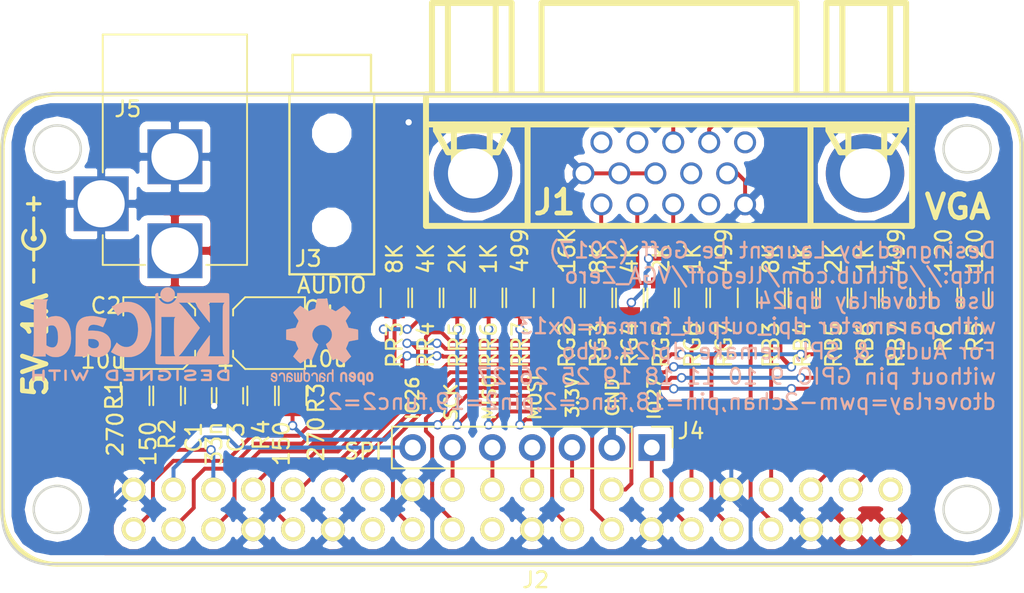
<source format=kicad_pcb>
(kicad_pcb (version 4) (host pcbnew 4.0.6)
  (layers (0 F.Cu signal) (31 B.Cu signal) (34 B.Paste user) (35 F.Paste user) (36 B.SilkS user) (37 F.SilkS user) (38 B.Mask user) (39 F.Mask user) (44 Edge.Cuts user))
  (net 0 "")
  (net 1 "Net-(J1-Pad4)")
  (net 2 "Net-(J1-Pad9)")
  (net 3 "Net-(J1-Pad11)")
  (net 4 "Net-(J1-Pad12)")
  (net 5 "Net-(J1-Pad15)")
  (net 6 "Net-(J2-Pad1)")
  (net 7 "Net-(C1-Pad1)")
  (net 8 "Net-(C2-Pad2)")
  (net 9 "Net-(C3-Pad1)")
  (net 10 "Net-(C4-Pad2)")
  (net 11 /VGAB)
  (net 12 /VGAG)
  (net 13 /VGAR)
  (net 14 GND)
  (net 15 /VGAH)
  (net 16 /VGAV)
  (net 17 /V)
  (net 18 /H)
  (net 19 /B3)
  (net 20 /G4)
  (net 21 /G5)
  (net 22 /G7)
  (net 23 /RPWM)
  (net 24 /IO27)
  (net 25 /R5)
  (net 26 /R6)
  (net 27 /R7)
  (net 28 /MOSI)
  (net 29 /MISO)
  (net 30 /IO25)
  (net 31 /SCK)
  (net 32 /B7)
  (net 33 /B6)
  (net 34 /ID_D)
  (net 35 /ID_C)
  (net 36 /B4)
  (net 37 /B5)
  (net 38 /G2)
  (net 39 /G3)
  (net 40 /LPWM)
  (net 41 /G6)
  (net 42 /IO26)
  (net 43 /R3)
  (net 44 /R4)
  (net 45 /3.3)
  (net 46 /5V)
  (module _LaurentPerso:RaspberryPiZeroHAT (layer F.Cu) (at 52.5 46.5 180)
    (fp_text reference J2 (at -1.5 -4.5 180) (layer F.SilkS))
    (fp_text value CONN_02X20)
    (pad 1 thru_hole circle (at -24.13 1.27 180) (size 1.524 1.524) (drill 1) (layers *.Cu *.Mask F.SilkS) (net 6 "Net-(J2-Pad1)"))
    (pad 2 thru_hole circle (at -24.13 -1.27 180) (size 1.524 1.524) (drill 1) (layers *.Cu *.Mask F.SilkS) (net 46 /5V))
    (pad 3 thru_hole circle (at -21.59 1.27 180) (size 1.524 1.524) (drill 1) (layers *.Cu *.Mask F.SilkS) (net 17 /V))
    (pad 4 thru_hole circle (at -21.59 -1.27 180) (size 1.524 1.524) (drill 1) (layers *.Cu *.Mask F.SilkS) (net 46 /5V))
    (pad 5 thru_hole circle (at -19.05 1.27 180) (size 1.524 1.524) (drill 1) (layers *.Cu *.Mask F.SilkS) (net 18 /H))
    (pad 6 thru_hole circle (at -19.05 -1.27 180) (size 1.524 1.524) (drill 1) (layers *.Cu *.Mask F.SilkS) (net 14 GND))
    (pad 7 thru_hole circle (at -16.51 1.27 180) (size 1.524 1.524) (drill 1) (layers *.Cu *.Mask F.SilkS) (net 19 /B3))
    (pad 8 thru_hole circle (at -16.51 -1.27 180) (size 1.524 1.524) (drill 1) (layers *.Cu *.Mask F.SilkS) (net 20 /G4))
    (pad 9 thru_hole circle (at -13.97 1.27 180) (size 1.524 1.524) (drill 1) (layers *.Cu *.Mask F.SilkS) (net 14 GND))
    (pad 10 thru_hole circle (at -13.97 -1.27 180) (size 1.524 1.524) (drill 1) (layers *.Cu *.Mask F.SilkS) (net 21 /G5))
    (pad 11 thru_hole circle (at -11.43 1.27 180) (size 1.524 1.524) (drill 1) (layers *.Cu *.Mask F.SilkS) (net 22 /G7))
    (pad 12 thru_hole circle (at -11.43 -1.27 180) (size 1.524 1.524) (drill 1) (layers *.Cu *.Mask F.SilkS) (net 23 /RPWM))
    (pad 13 thru_hole circle (at -8.89 1.27 180) (size 1.524 1.524) (drill 1) (layers *.Cu *.Mask F.SilkS) (net 24 /IO27))
    (pad 14 thru_hole circle (at -8.89 -1.27 180) (size 1.524 1.524) (drill 1) (layers *.Cu *.Mask F.SilkS) (net 14 GND))
    (pad 15 thru_hole circle (at -6.35 1.27 180) (size 1.524 1.524) (drill 1) (layers *.Cu *.Mask F.SilkS) (net 25 /R5))
    (pad 16 thru_hole circle (at -6.35 -1.27 180) (size 1.524 1.524) (drill 1) (layers *.Cu *.Mask F.SilkS) (net 26 /R6))
    (pad 17 thru_hole circle (at -3.81 1.27 180) (size 1.524 1.524) (drill 1) (layers *.Cu *.Mask F.SilkS) (net 45 /3.3))
    (pad 18 thru_hole circle (at -3.81 -1.27 180) (size 1.524 1.524) (drill 1) (layers *.Cu *.Mask F.SilkS) (net 27 /R7))
    (pad 19 thru_hole circle (at -1.27 1.27 180) (size 1.524 1.524) (drill 1) (layers *.Cu *.Mask F.SilkS) (net 28 /MOSI))
    (pad 20 thru_hole circle (at -1.27 -1.27 180) (size 1.524 1.524) (drill 1) (layers *.Cu *.Mask F.SilkS) (net 14 GND))
    (pad 21 thru_hole circle (at 1.27 1.27 180) (size 1.524 1.524) (drill 1) (layers *.Cu *.Mask F.SilkS) (net 29 /MISO))
    (pad 22 thru_hole circle (at 1.27 -1.27 180) (size 1.524 1.524) (drill 1) (layers *.Cu *.Mask F.SilkS) (net 30 /IO25))
    (pad 23 thru_hole circle (at 3.81 1.27 180) (size 1.524 1.524) (drill 1) (layers *.Cu *.Mask F.SilkS) (net 31 /SCK))
    (pad 24 thru_hole circle (at 3.81 -1.27 180) (size 1.524 1.524) (drill 1) (layers *.Cu *.Mask F.SilkS) (net 32 /B7))
    (pad 25 thru_hole circle (at 6.35 1.27 180) (size 1.524 1.524) (drill 1) (layers *.Cu *.Mask F.SilkS) (net 14 GND))
    (pad 26 thru_hole circle (at 6.35 -1.27 180) (size 1.524 1.524) (drill 1) (layers *.Cu *.Mask F.SilkS) (net 33 /B6))
    (pad 27 thru_hole circle (at 8.89 1.27 180) (size 1.524 1.524) (drill 1) (layers *.Cu *.Mask F.SilkS) (net 34 /ID_D))
    (pad 28 thru_hole circle (at 8.89 -1.27 180) (size 1.524 1.524) (drill 1) (layers *.Cu *.Mask F.SilkS) (net 35 /ID_C))
    (pad 29 thru_hole circle (at 11.43 1.27 180) (size 1.524 1.524) (drill 1) (layers *.Cu *.Mask F.SilkS) (net 36 /B4))
    (pad 30 thru_hole circle (at 11.43 -1.27 180) (size 1.524 1.524) (drill 1) (layers *.Cu *.Mask F.SilkS) (net 14 GND))
    (pad 31 thru_hole circle (at 13.97 1.27 180) (size 1.524 1.524) (drill 1) (layers *.Cu *.Mask F.SilkS) (net 37 /B5))
    (pad 32 thru_hole circle (at 13.97 -1.27 180) (size 1.524 1.524) (drill 1) (layers *.Cu *.Mask F.SilkS) (net 38 /G2))
    (pad 33 thru_hole circle (at 16.51 1.27 180) (size 1.524 1.524) (drill 1) (layers *.Cu *.Mask F.SilkS) (net 39 /G3))
    (pad 34 thru_hole circle (at 16.51 -1.27 180) (size 1.524 1.524) (drill 1) (layers *.Cu *.Mask F.SilkS) (net 14 GND))
    (pad 35 thru_hole circle (at 19.05 1.27 180) (size 1.524 1.524) (drill 1) (layers *.Cu *.Mask F.SilkS) (net 40 /LPWM))
    (pad 36 thru_hole circle (at 19.05 -1.27 180) (size 1.524 1.524) (drill 1) (layers *.Cu *.Mask F.SilkS) (net 41 /G6))
    (pad 37 thru_hole circle (at 21.59 1.27 180) (size 1.524 1.524) (drill 1) (layers *.Cu *.Mask F.SilkS) (net 42 /IO26))
    (pad 38 thru_hole circle (at 21.59 -1.27 180) (size 1.524 1.524) (drill 1) (layers *.Cu *.Mask F.SilkS) (net 43 /R3))
    (pad 39 thru_hole circle (at 24.13 1.27 180) (size 1.524 1.524) (drill 1) (layers *.Cu *.Mask F.SilkS) (net 14 GND))
    (pad 40 thru_hole circle (at 24.13 -1.27 180) (size 1.524 1.524) (drill 1) (layers *.Cu *.Mask F.SilkS) (net 44 /R4))
  )
  (module Capacitors_SMD:C_0805 (layer F.Cu) (at 32.5 39.25 270)
    (fp_text reference C1 (at 2.65 0.3 270) (layer F.SilkS))
    (fp_text value 33n)
    (pad 1 smd rect (at -1 0 270) (size 1 1.25) (layers F.Cu F.Paste F.Mask) (net 7 "Net-(C1-Pad1)"))
    (pad 2 smd rect (at 1 0 270) (size 1 1.25) (layers F.Cu F.Paste F.Mask) (net 14 GND))
  )
  (module Capacitors_SMD:CP_Elec_4x5.3 (layer F.Cu) (at 30 35.25 180)
    (fp_text reference C2 (at 3.4 1.75 180) (layer F.SilkS))
    (fp_text value 10u (at 3.6 -1.75 180) (layer F.SilkS))
    (fp_text user + (at -2.77 2.01 180) (layer F.SilkS))
    (pad 1 smd rect (at -1.8 0) (size 2.6 1.6) (layers F.Cu F.Paste F.Mask) (net 7 "Net-(C1-Pad1)"))
    (pad 2 smd rect (at 1.8 0) (size 2.6 1.6) (layers F.Cu F.Paste F.Mask) (net 8 "Net-(C2-Pad2)"))
  )
  (module Capacitors_SMD:C_0805 (layer F.Cu) (at 34.5 39.25 270)
    (fp_text reference C3 (at 2.65 -0.4 270) (layer F.SilkS))
    (fp_text value 33n (at 3.05 1 270) (layer F.SilkS))
    (pad 1 smd rect (at -1 0 270) (size 1 1.25) (layers F.Cu F.Paste F.Mask) (net 9 "Net-(C3-Pad1)"))
    (pad 2 smd rect (at 1 0 270) (size 1 1.25) (layers F.Cu F.Paste F.Mask) (net 14 GND))
  )
  (module Capacitors_SMD:CP_Elec_4x5.3 (layer F.Cu) (at 37 35.25)
    (fp_text reference C4 (at 3.2 -1.55) (layer F.SilkS))
    (fp_text value 10u (at 3.6 1.65) (layer F.SilkS))
    (fp_text user + (at -2.77 2.01) (layer F.SilkS))
    (pad 1 smd rect (at -1.8 0 180) (size 2.6 1.6) (layers F.Cu F.Paste F.Mask) (net 9 "Net-(C3-Pad1)"))
    (pad 2 smd rect (at 1.8 0 180) (size 2.6 1.6) (layers F.Cu F.Paste F.Mask) (net 10 "Net-(C4-Pad2)"))
  )
  (module Resistors_SMD:R_0805 (layer F.Cu) (at 28.5 39.25 90)
    (fp_text reference R1 (at 0.05 -1.4 90) (layer F.SilkS))
    (fp_text value 270 (at -2.45 -1.3 90) (layer F.SilkS))
    (pad 1 smd rect (at -0.95 0 90) (size 0.7 1.3) (layers F.Cu F.Paste F.Mask) (net 40 /LPWM))
    (pad 2 smd rect (at 0.95 0 90) (size 0.7 1.3) (layers F.Cu F.Paste F.Mask) (net 7 "Net-(C1-Pad1)"))
  )
  (module Resistors_SMD:R_0805 (layer F.Cu) (at 30.5 39.25 90)
    (fp_text reference R2 (at -2.45 0 90) (layer F.SilkS))
    (fp_text value 150 (at -3.05 -1.2 90) (layer F.SilkS))
    (pad 1 smd rect (at -0.95 0 90) (size 0.7 1.3) (layers F.Cu F.Paste F.Mask) (net 14 GND))
    (pad 2 smd rect (at 0.95 0 90) (size 0.7 1.3) (layers F.Cu F.Paste F.Mask) (net 7 "Net-(C1-Pad1)"))
  )
  (module Resistors_SMD:R_0805 (layer F.Cu) (at 38.5 39.25 90)
    (fp_text reference R3 (at -0.15 1.5 90) (layer F.SilkS))
    (fp_text value 270 (at -2.75 1.5 90) (layer F.SilkS))
    (pad 1 smd rect (at -0.95 0 90) (size 0.7 1.3) (layers F.Cu F.Paste F.Mask) (net 23 /RPWM))
    (pad 2 smd rect (at 0.95 0 90) (size 0.7 1.3) (layers F.Cu F.Paste F.Mask) (net 9 "Net-(C3-Pad1)"))
  )
  (module Resistors_SMD:R_0805 (layer F.Cu) (at 36.5 39.25 90)
    (fp_text reference R4 (at -2.5 0 90) (layer F.SilkS))
    (fp_text value 150 (at -3.05 1.3 90) (layer F.SilkS))
    (pad 1 smd rect (at -0.95 0 90) (size 0.7 1.3) (layers F.Cu F.Paste F.Mask) (net 14 GND))
    (pad 2 smd rect (at 0.95 0 90) (size 0.7 1.3) (layers F.Cu F.Paste F.Mask) (net 9 "Net-(C3-Pad1)"))
  )
  (module Resistors_SMD:R_0805 (layer F.Cu) (at 82 33 90)
    (fp_text reference R5 (at -2.5 0 90) (layer F.SilkS))
    (fp_text value 120 (at 3 0 90) (layer F.SilkS))
    (pad 1 smd rect (at -0.95 0 90) (size 0.7 1.3) (layers F.Cu F.Paste F.Mask) (net 17 /V))
    (pad 2 smd rect (at 0.95 0 90) (size 0.7 1.3) (layers F.Cu F.Paste F.Mask) (net 16 /VGAV))
  )
  (module Resistors_SMD:R_0805 (layer F.Cu) (at 80 33 90)
    (fp_text reference R6 (at -2.5 0 90) (layer F.SilkS))
    (fp_text value 120 (at 3 0 90) (layer F.SilkS))
    (pad 1 smd rect (at -0.95 0 90) (size 0.7 1.3) (layers F.Cu F.Paste F.Mask) (net 18 /H))
    (pad 2 smd rect (at 0.95 0 90) (size 0.7 1.3) (layers F.Cu F.Paste F.Mask) (net 15 /VGAH))
  )
  (module Resistors_SMD:R_0805 (layer F.Cu) (at 69 33 90)
    (fp_text reference RB3 (at -3 0 90) (layer F.SilkS))
    (fp_text value 8K (at 2.5 0 90) (layer F.SilkS))
    (pad 1 smd rect (at -0.95 0 90) (size 0.7 1.3) (layers F.Cu F.Paste F.Mask) (net 19 /B3))
    (pad 2 smd rect (at 0.95 0 90) (size 0.7 1.3) (layers F.Cu F.Paste F.Mask) (net 11 /VGAB))
  )
  (module Resistors_SMD:R_0805 (layer F.Cu) (at 71 33 90)
    (fp_text reference RB4 (at -3 0 90) (layer F.SilkS))
    (fp_text value 4K (at 2.5 0 90) (layer F.SilkS))
    (pad 1 smd rect (at -0.95 0 90) (size 0.7 1.3) (layers F.Cu F.Paste F.Mask) (net 36 /B4))
    (pad 2 smd rect (at 0.95 0 90) (size 0.7 1.3) (layers F.Cu F.Paste F.Mask) (net 11 /VGAB))
  )
  (module Resistors_SMD:R_0805 (layer F.Cu) (at 73 33 90)
    (fp_text reference RB5 (at -3 0 90) (layer F.SilkS))
    (fp_text value 2K (at 2.5 0 90) (layer F.SilkS))
    (pad 1 smd rect (at -0.95 0 90) (size 0.7 1.3) (layers F.Cu F.Paste F.Mask) (net 37 /B5))
    (pad 2 smd rect (at 0.95 0 90) (size 0.7 1.3) (layers F.Cu F.Paste F.Mask) (net 11 /VGAB))
  )
  (module Resistors_SMD:R_0805 (layer F.Cu) (at 75 33 90)
    (fp_text reference RB6 (at -3 0 90) (layer F.SilkS))
    (fp_text value 1K (at 2.5 0 90) (layer F.SilkS))
    (pad 1 smd rect (at -0.95 0 90) (size 0.7 1.3) (layers F.Cu F.Paste F.Mask) (net 33 /B6))
    (pad 2 smd rect (at 0.95 0 90) (size 0.7 1.3) (layers F.Cu F.Paste F.Mask) (net 11 /VGAB))
  )
  (module Resistors_SMD:R_0805 (layer F.Cu) (at 77 33 90)
    (fp_text reference RB7 (at -3 0 90) (layer F.SilkS))
    (fp_text value 499 (at 3 0 90) (layer F.SilkS))
    (pad 1 smd rect (at -0.95 0 90) (size 0.7 1.3) (layers F.Cu F.Paste F.Mask) (net 32 /B7))
    (pad 2 smd rect (at 0.95 0 90) (size 0.7 1.3) (layers F.Cu F.Paste F.Mask) (net 11 /VGAB))
  )
  (module Resistors_SMD:R_0805 (layer F.Cu) (at 56 33 90)
    (fp_text reference RG2 (at -3 0 90) (layer F.SilkS))
    (fp_text value 16K (at 3 0 90) (layer F.SilkS))
    (pad 1 smd rect (at -0.95 0 90) (size 0.7 1.3) (layers F.Cu F.Paste F.Mask) (net 38 /G2))
    (pad 2 smd rect (at 0.95 0 90) (size 0.7 1.3) (layers F.Cu F.Paste F.Mask) (net 12 /VGAG))
  )
  (module Resistors_SMD:R_0805 (layer F.Cu) (at 58 33 90)
    (fp_text reference RG3 (at -3 0 90) (layer F.SilkS))
    (fp_text value 8K (at 2.5 0 90) (layer F.SilkS))
    (pad 1 smd rect (at -0.95 0 90) (size 0.7 1.3) (layers F.Cu F.Paste F.Mask) (net 39 /G3))
    (pad 2 smd rect (at 0.95 0 90) (size 0.7 1.3) (layers F.Cu F.Paste F.Mask) (net 12 /VGAG))
  )
  (module Resistors_SMD:R_0805 (layer F.Cu) (at 60 33 90)
    (fp_text reference RG4 (at -3 0 90) (layer F.SilkS))
    (fp_text value 4K (at 2.5 0 90) (layer F.SilkS))
    (pad 1 smd rect (at -0.95 0 90) (size 0.7 1.3) (layers F.Cu F.Paste F.Mask) (net 20 /G4))
    (pad 2 smd rect (at 0.95 0 90) (size 0.7 1.3) (layers F.Cu F.Paste F.Mask) (net 12 /VGAG))
  )
  (module Resistors_SMD:R_0805 (layer F.Cu) (at 62 33 90)
    (fp_text reference RG5 (at -3 0 90) (layer F.SilkS))
    (fp_text value 2K (at 2.5 0 90) (layer F.SilkS))
    (pad 1 smd rect (at -0.95 0 90) (size 0.7 1.3) (layers F.Cu F.Paste F.Mask) (net 21 /G5))
    (pad 2 smd rect (at 0.95 0 90) (size 0.7 1.3) (layers F.Cu F.Paste F.Mask) (net 12 /VGAG))
  )
  (module Resistors_SMD:R_0805 (layer F.Cu) (at 64 33 90)
    (fp_text reference RG6 (at -3 0 90) (layer F.SilkS))
    (fp_text value 1K (at 2.5 0 90) (layer F.SilkS))
    (pad 1 smd rect (at -0.95 0 90) (size 0.7 1.3) (layers F.Cu F.Paste F.Mask) (net 41 /G6))
    (pad 2 smd rect (at 0.95 0 90) (size 0.7 1.3) (layers F.Cu F.Paste F.Mask) (net 12 /VGAG))
  )
  (module Resistors_SMD:R_0805 (layer F.Cu) (at 66 33 90)
    (fp_text reference RG7 (at -3 0 90) (layer F.SilkS))
    (fp_text value 499 (at 3 0 90) (layer F.SilkS))
    (pad 1 smd rect (at -0.95 0 90) (size 0.7 1.3) (layers F.Cu F.Paste F.Mask) (net 22 /G7))
    (pad 2 smd rect (at 0.95 0 90) (size 0.7 1.3) (layers F.Cu F.Paste F.Mask) (net 12 /VGAG))
  )
  (module Resistors_SMD:R_0805 (layer F.Cu) (at 45 33 90)
    (fp_text reference RR3 (at -3 0 90) (layer F.SilkS))
    (fp_text value 8K (at 2.5 0 90) (layer F.SilkS))
    (pad 1 smd rect (at -0.95 0 90) (size 0.7 1.3) (layers F.Cu F.Paste F.Mask) (net 43 /R3))
    (pad 2 smd rect (at 0.95 0 90) (size 0.7 1.3) (layers F.Cu F.Paste F.Mask) (net 13 /VGAR))
  )
  (module Resistors_SMD:R_0805 (layer F.Cu) (at 47 33 90)
    (fp_text reference RR4 (at -3 0 90) (layer F.SilkS))
    (fp_text value 4K (at 2.5 0 90) (layer F.SilkS))
    (pad 1 smd rect (at -0.95 0 90) (size 0.7 1.3) (layers F.Cu F.Paste F.Mask) (net 44 /R4))
    (pad 2 smd rect (at 0.95 0 90) (size 0.7 1.3) (layers F.Cu F.Paste F.Mask) (net 13 /VGAR))
  )
  (module Resistors_SMD:R_0805 (layer F.Cu) (at 49 33 90)
    (fp_text reference RR5 (at -3 0 90) (layer F.SilkS))
    (fp_text value 2K (at 2.5 0 90) (layer F.SilkS))
    (pad 1 smd rect (at -0.95 0 90) (size 0.7 1.3) (layers F.Cu F.Paste F.Mask) (net 25 /R5))
    (pad 2 smd rect (at 0.95 0 90) (size 0.7 1.3) (layers F.Cu F.Paste F.Mask) (net 13 /VGAR))
  )
  (module Resistors_SMD:R_0805 (layer F.Cu) (at 51 33 90)
    (fp_text reference RR6 (at -3 0 90) (layer F.SilkS))
    (fp_text value 1K (at 2.5 0 90) (layer F.SilkS))
    (pad 1 smd rect (at -0.95 0 90) (size 0.7 1.3) (layers F.Cu F.Paste F.Mask) (net 26 /R6))
    (pad 2 smd rect (at 0.95 0 90) (size 0.7 1.3) (layers F.Cu F.Paste F.Mask) (net 13 /VGAR))
  )
  (module Resistors_SMD:R_0805 (layer F.Cu) (at 53 33 90)
    (fp_text reference RR7 (at -3 0 90) (layer F.SilkS))
    (fp_text value 499 (at 3 0 90) (layer F.SilkS))
    (pad 1 smd rect (at -0.95 0 90) (size 0.7 1.3) (layers F.Cu F.Paste F.Mask) (net 27 /R7))
    (pad 2 smd rect (at 0.95 0 90) (size 0.7 1.3) (layers F.Cu F.Paste F.Mask) (net 13 /VGAR))
  )
  (module _LaurentPerso:jack3.5smd (layer F.Cu) (at 41 20 270)
    (fp_text reference J3 (at 10.5 1.5 360) (layer F.SilkS))
    (fp_text value AUDIO (at 12.2 0 360) (layer F.SilkS))
    (pad "" np_thru_hole circle (at 2.5 0 270) (size 1.5 1.5) (drill 1.5) (layers *.Cu *.Mask))
    (pad "" np_thru_hole circle (at 8.5 0 270) (size 1.5 1.5) (drill 1.5) (layers *.Cu *.Mask))
    (pad 1 smd rect (at 1.8 -3.25 270) (size 1.5 1.5) (layers F.Cu F.Paste F.Mask) (net 14 GND))
    (pad 4 smd rect (at 1.8 3.25 270) (size 1.5 1.5) (layers F.Cu F.Paste F.Mask) (net 14 GND))
    (pad 2 smd rect (at 5 -3.25 270) (size 1.5 1.5) (layers F.Cu F.Paste F.Mask) (net 8 "Net-(C2-Pad2)"))
    (pad 5 smd rect (at 5 3.25 270) (size 1.5 1.5) (layers F.Cu F.Paste F.Mask) (net 8 "Net-(C2-Pad2)"))
    (pad 3 smd rect (at 8.5 -3.25 270) (size 1.5 1.5) (layers F.Cu F.Paste F.Mask) (net 10 "Net-(C4-Pad2)"))
    (pad 6 smd rect (at 8.5 3.25 270) (size 1.5 1.5) (layers F.Cu F.Paste F.Mask) (net 10 "Net-(C4-Pad2)"))
  )
  (module Pin_Headers:Pin_Header_Straight_1x07_Pitch2.54mm (layer F.Cu) (at 61.4 42.55 270)
    (fp_text reference J4 (at -1.05 -2.5 360) (layer F.SilkS))
    (fp_text value SPI (at 0.25 18.4 360) (layer F.SilkS))
    (pad 1 thru_hole rect (at 0 0 270) (size 1.7 1.7) (drill 1) (layers *.Cu *.Mask) (net 24 /IO27))
    (pad 2 thru_hole oval (at 0 2.54 270) (size 1.7 1.7) (drill 1) (layers *.Cu *.Mask) (net 14 GND))
    (pad 3 thru_hole oval (at 0 5.08 270) (size 1.7 1.7) (drill 1) (layers *.Cu *.Mask) (net 45 /3.3))
    (pad 4 thru_hole oval (at 0 7.62 270) (size 1.7 1.7) (drill 1) (layers *.Cu *.Mask) (net 28 /MOSI))
    (pad 5 thru_hole oval (at 0 10.16 270) (size 1.7 1.7) (drill 1) (layers *.Cu *.Mask) (net 29 /MISO))
    (pad 6 thru_hole oval (at 0 12.7 270) (size 1.7 1.7) (drill 1) (layers *.Cu *.Mask) (net 31 /SCK))
    (pad 7 thru_hole oval (at 0 15.24 270) (size 1.7 1.7) (drill 1) (layers *.Cu *.Mask) (net 42 /IO26))
  )
  (module Connectors:BARREL_JACK (layer F.Cu) (at 31 30 270)
    (fp_text reference J5 (at -9.05 3 540) (layer F.SilkS))
    (fp_text value BARREL_JACK)
    (pad 1 thru_hole rect (at 0 0 270) (size 3.5 3.5) (drill 3) (layers *.Cu *.Mask) (net 46 /5V))
    (pad 2 thru_hole rect (at -6 0 270) (size 3.5 3.5) (drill 3) (layers *.Cu *.Mask) (net 14 GND))
    (pad 3 thru_hole rect (at -3 4.7 270) (size 3.5 3.5) (drill 3) (layers *.Cu *.Mask) (net 14 GND))
  )
  (module Symbols:KiCad-Logo2_6mm_SilkScreen (layer B.Cu) (at 28.194 35.306 180)
    (fp_text reference REF*** hide)
    (fp_text value KiCad-Logo2_6mm_SilkScreen hide)
  )
  (module Symbols:OSHW-Logo2_7.3x6mm_SilkScreen (layer B.Cu) (at 40.386 35.814 180)
    (fp_text reference REF*** hide)
    (fp_text value OSHW-Logo2_7.3x6mm_SilkScreen hide)
  )
  (module _LaurentPerso:DB_15F-VGA (layer F.Cu) (at 62.5 20 180)
    (fp_text reference J1 (at 7.3 -6.9 180) (layer F.SilkS) (effects (font (thickness 0.3048))))
    (fp_text value VGA (at -18.4 -7.2 180) (layer F.SilkS) (effects (font (thickness 0.3048))))
    (pad "" thru_hole circle (at 12.49426 -5.06 180) (size 5.00126 5.00126) (drill 3.2004) (layers *.Cu *.Mask))
    (pad 3 thru_hole circle (at -0.2667 -7.04 180) (size 1.4 1.4) (drill 1) (layers *.Cu *.Mask) (net 11 /VGAB))
    (pad 2 thru_hole circle (at 2.0193 -7.04 180) (size 1.4 1.4) (drill 1) (layers *.Cu *.Mask) (net 12 /VGAG))
    (pad 1 thru_hole circle (at 4.31038 -7.04 180) (size 1.4 1.4) (drill 1) (layers *.Cu *.Mask) (net 13 /VGAR))
    (pad 4 thru_hole circle (at -2.56032 -7.04 180) (size 1.4 1.4) (drill 1) (layers *.Cu *.Mask) (net 1 "Net-(J1-Pad4)"))
    (pad 5 thru_hole circle (at -4.84886 -7.04 180) (size 1.4 1.4) (drill 1) (layers *.Cu *.Mask) (net 14 GND))
    (pad 9 thru_hole circle (at -1.41478 -5.06 180) (size 1.4 1.4) (drill 1) (layers *.Cu *.Mask) (net 2 "Net-(J1-Pad9)"))
    (pad 8 thru_hole circle (at 0.87376 -5.06 180) (size 1.4 1.4) (drill 1) (layers *.Cu *.Mask) (net 14 GND))
    (pad 7 thru_hole circle (at 3.16484 -5.06 180) (size 1.4 1.4) (drill 1) (layers *.Cu *.Mask) (net 14 GND))
    (pad 6 thru_hole circle (at 5.45592 -5.06 180) (size 1.4 1.4) (drill 1) (layers *.Cu *.Mask) (net 14 GND))
    (pad "" thru_hole circle (at -12.49426 -5.06 180) (size 5.00126 5.00126) (drill 3.2004) (layers *.Cu *.Mask))
    (pad 10 thru_hole circle (at -3.70586 -5.06 180) (size 1.4 1.4) (drill 1) (layers *.Cu *.Mask) (net 14 GND))
    (pad 11 thru_hole circle (at 4.31038 -3.08 180) (size 1.4 1.4) (drill 1) (layers *.Cu *.Mask) (net 3 "Net-(J1-Pad11)"))
    (pad 12 thru_hole circle (at 2.0193 -3.08 180) (size 1.4 1.4) (drill 1) (layers *.Cu *.Mask) (net 4 "Net-(J1-Pad12)"))
    (pad 13 thru_hole circle (at -0.26924 -3.08 180) (size 1.4 1.4) (drill 1) (layers *.Cu *.Mask) (net 15 /VGAH))
    (pad 14 thru_hole circle (at -2.56032 -3.08 180) (size 1.4 1.4) (drill 1) (layers *.Cu *.Mask) (net 16 /VGAV))
    (pad 15 thru_hole circle (at -4.84886 -3.08 180) (size 1.4 1.4) (drill 1) (layers *.Cu *.Mask) (net 5 "Net-(J1-Pad15)"))
  )
  (gr_line (start 82 50) (end 23 50) (angle 90) (layer Edge.Cuts) (width 0.15))
  (gr_line (start 85 23) (end 85 47) (angle 90) (layer Edge.Cuts) (width 0.15))
  (gr_line (start 20 47) (end 20 23) (angle 90) (layer Edge.Cuts) (width 0.15))
  (gr_line (start 23 20) (end 82 20) (angle 90) (layer Edge.Cuts) (width 0.15))
  (gr_arc (start 82 47) (end 85 47) (angle 90) (layer Edge.Cuts) (width 0.15))
  (gr_arc (start 82 23) (end 82 20) (angle 90) (layer Edge.Cuts) (width 0.15))
  (gr_arc (start 23 47) (end 23 50) (angle 90) (layer Edge.Cuts) (width 0.15))
  (gr_arc (start 23 23) (end 20 23) (angle 90) (layer Edge.Cuts) (width 0.15))
  (gr_line (start 22 31.2) (end 22 32) (angle 90) (layer F.SilkS) (width 0.2))
  (gr_line (start 22 27.4) (end 22 26.6) (angle 90) (layer F.SilkS) (width 0.2))
  (gr_line (start 21.6 27) (end 22.4 27) (angle 90) (layer F.SilkS) (width 0.2))
  (gr_line (start 22 29.9) (end 22 30.6) (angle 90) (layer F.SilkS) (width 0.2))
  (gr_line (start 22 29.1) (end 22 27.9) (angle 90) (layer F.SilkS) (width 0.2))
  (gr_arc (start 22 29.2) (end 22.5 28.7) (angle 90) (layer F.SilkS) (width 0.2))
  (gr_arc (start 22 29.2) (end 21.5 29.7) (angle 90) (layer F.SilkS) (width 0.2))
  (gr_arc (start 22 29.2) (end 22.5 29.7) (angle 90) (layer F.SilkS) (width 0.2))
  (gr_circle (center 22 29.2) (end 22 29.3) (layer F.SilkS) (width 0.2))
  (gr_text "5V 1A" (at 22.1 36 90) (layer F.SilkS) (effects (font (size 1.5 1.5) (thickness 0.3))))
  (gr_text "Desingned by Laurent Le Goff (2017)\nhttp://github.com/llegoff/VGA_Zero\nUse dtoverlay dpi24\nwith parameter dpi_output_format=0x13\nFor Audio & SPI, remake dpi24.dtbo \nwithout pin GPIO 9 10 11 18 19 25 26 27\ndtoverlay=pwm-2chan,pin=18,func=2,pin2=19,func2=2\n" (at 83.45 34.8) (layer B.SilkS) (effects (font (size 1 1)) (justify left mirror)))
  (gr_text IO27 (at 61.55 39.4 90) (layer F.SilkS) (effects (font (size 0.8 0.8))))
  (gr_text GND (at 58.9 39.35 90) (layer F.SilkS) (effects (font (size 0.8 0.8))))
  (gr_text 3.3V (at 56.35 39.35 90) (layer F.SilkS) (effects (font (size 0.8 0.8))))
  (gr_text MOSI (at 53.95 39.35 90) (layer F.SilkS) (effects (font (size 0.8 0.8))))
  (gr_text MISO (at 51.05 39.35 90) (layer F.SilkS) (effects (font (size 0.8 0.8))))
  (gr_text SCK (at 48.6 39.65 90) (layer F.SilkS) (effects (font (size 0.8 0.8))))
  (gr_text IO26 (at 46.15 39.4 90) (layer F.SilkS) (effects (font (size 0.8 0.8))))
  (gr_circle (center 81.5 46.5) (end 81.5 48) (layer Edge.Cuts) (width 0.15))
  (gr_circle (center 23.5 46.5) (end 23.5 48) (layer Edge.Cuts) (width 0.15))
  (gr_circle (center 81.5 23.5) (end 81.5 22) (layer Edge.Cuts) (width 0.15))
  (gr_circle (center 23.5 23.5) (end 23.5 22) (layer Edge.Cuts) (width 0.15))
  (segment (start 30.5 38.3) (end 32.45 38.3) (width 0.25) (layer F.Cu) (net 7))
  (segment (start 32.45 38.3) (end 32.5 38.25) (width 0.25) (layer F.Cu) (net 7))
  (segment (start 28.5 38.3) (end 30.5 38.3) (width 0.25) (layer F.Cu) (net 7))
  (segment (start 32.5 38.25) (end 32.5 35.95) (width 0.25) (layer F.Cu) (net 7))
  (segment (start 32.5 35.95) (end 31.8 35.25) (width 0.25) (layer F.Cu) (net 7))
  (segment (start 37.75 25) (end 44.25 25) (width 0.25) (layer F.Cu) (net 8))
  (segment (start 36.05 25.85) (end 36.05 25.55) (width 0.25) (layer F.Cu) (net 8))
  (segment (start 36.05 32.85) (end 36.05 25.85) (width 0.25) (layer F.Cu) (net 8))
  (segment (start 35.4 33.5) (end 36.05 32.85) (width 0.25) (layer F.Cu) (net 8))
  (segment (start 29.2 33.5) (end 35.4 33.5) (width 0.25) (layer F.Cu) (net 8))
  (segment (start 28.2 34.5) (end 29.2 33.5) (width 0.25) (layer F.Cu) (net 8))
  (segment (start 36.6 25) (end 37.75 25) (width 0.25) (layer F.Cu) (net 8))
  (segment (start 36.05 25.55) (end 36.6 25) (width 0.25) (layer F.Cu) (net 8))
  (segment (start 28.2 35.25) (end 28.2 34.5) (width 0.25) (layer F.Cu) (net 8))
  (segment (start 36.5 38.3) (end 38.5 38.3) (width 0.25) (layer F.Cu) (net 9))
  (segment (start 34.5 38.25) (end 36.45 38.25) (width 0.25) (layer F.Cu) (net 9))
  (segment (start 36.45 38.25) (end 36.5 38.3) (width 0.25) (layer F.Cu) (net 9))
  (segment (start 34.5 38.25) (end 34.5 35.95) (width 0.25) (layer F.Cu) (net 9))
  (segment (start 34.5 35.95) (end 35.2 35.25) (width 0.25) (layer F.Cu) (net 9))
  (segment (start 37.75 28.5) (end 38.2 28.5) (width 0.25) (layer F.Cu) (net 10))
  (segment (start 38.2 28.5) (end 39.7 27) (width 0.25) (layer F.Cu) (net 10))
  (segment (start 42.75 27) (end 44.25 28.5) (width 0.25) (layer F.Cu) (net 10))
  (segment (start 39.7 27) (end 42.75 27) (width 0.25) (layer F.Cu) (net 10))
  (segment (start 38.8 30.55) (end 38.8 29.55) (width 0.25) (layer F.Cu) (net 10))
  (segment (start 38.8 35.25) (end 38.8 30.55) (width 0.25) (layer F.Cu) (net 10))
  (segment (start 38.8 29.55) (end 37.75 28.5) (width 0.25) (layer F.Cu) (net 10))
  (segment (start 62.7667 27.04) (end 62.7667 28.9847) (width 0.25) (layer F.Cu) (net 11))
  (segment (start 69 31.4) (end 69 32.05) (width 0.25) (layer F.Cu) (net 11))
  (segment (start 68.4 30.8) (end 69 31.4) (width 0.25) (layer F.Cu) (net 11))
  (segment (start 68.4 30.8) (end 68.4 30.3) (width 0.25) (layer F.Cu) (net 11))
  (segment (start 62.7667 28.9847) (end 63.246 29.464) (width 0.25) (layer F.Cu) (net 11))
  (segment (start 63.246 29.464) (end 67.564 29.464) (width 0.25) (layer F.Cu) (net 11))
  (segment (start 67.564 29.464) (end 68.4 30.3) (width 0.25) (layer F.Cu) (net 11))
  (segment (start 75 32.05) (end 77 32.05) (width 0.25) (layer F.Cu) (net 11))
  (segment (start 73 32.05) (end 75 32.05) (width 0.25) (layer F.Cu) (net 11))
  (segment (start 71 32.05) (end 73 32.05) (width 0.25) (layer F.Cu) (net 11))
  (segment (start 69 32.05) (end 71 32.05) (width 0.25) (layer F.Cu) (net 11))
  (segment (start 60.475 31.575) (end 60.475 27.0457) (width 0.25) (layer F.Cu) (net 12))
  (segment (start 60.475 27.0457) (end 60.4807 27.04) (width 0.25) (layer F.Cu) (net 12))
  (segment (start 60.4807 31.5693) (end 60.475 31.575) (width 0.25) (layer F.Cu) (net 12))
  (segment (start 60.475 31.575) (end 60 32.05) (width 0.25) (layer F.Cu) (net 12))
  (segment (start 64 32.05) (end 66 32.05) (width 0.25) (layer F.Cu) (net 12))
  (segment (start 62 32.05) (end 64 32.05) (width 0.25) (layer F.Cu) (net 12))
  (segment (start 60 32.05) (end 62 32.05) (width 0.25) (layer F.Cu) (net 12))
  (segment (start 58 32.05) (end 60 32.05) (width 0.25) (layer F.Cu) (net 12))
  (segment (start 56 32.05) (end 58 32.05) (width 0.25) (layer F.Cu) (net 12))
  (segment (start 58.175 29.575) (end 58.175 27.05462) (width 0.25) (layer F.Cu) (net 13))
  (segment (start 58.175 27.05462) (end 58.18962 27.04) (width 0.25) (layer F.Cu) (net 13))
  (segment (start 53 32.05) (end 53 31.25) (width 0.25) (layer F.Cu) (net 13))
  (segment (start 57 30.75) (end 58.175 29.575) (width 0.25) (layer F.Cu) (net 13))
  (segment (start 58.175 29.575) (end 58.18962 29.56038) (width 0.25) (layer F.Cu) (net 13))
  (segment (start 53.5 30.75) (end 57 30.75) (width 0.25) (layer F.Cu) (net 13))
  (segment (start 53 31.25) (end 53.5 30.75) (width 0.25) (layer F.Cu) (net 13))
  (segment (start 51 32.05) (end 53 32.05) (width 0.25) (layer F.Cu) (net 13))
  (segment (start 49 32.05) (end 51 32.05) (width 0.25) (layer F.Cu) (net 13))
  (segment (start 47 32.05) (end 49 32.05) (width 0.25) (layer F.Cu) (net 13))
  (segment (start 45 32.05) (end 47 32.05) (width 0.25) (layer F.Cu) (net 13))
  (segment (start 44.25 21.8) (end 45.9 21.8) (width 0.25) (layer F.Cu) (net 14))
  (segment (start 53.18408 21.2) (end 57.04408 25.06) (width 0.25) (layer B.Cu) (net 14))
  (segment (start 46.5 21.2) (end 53.18408 21.2) (width 0.25) (layer B.Cu) (net 14))
  (segment (start 45.9 21.8) (end 46.5 21.2) (width 0.25) (layer B.Cu) (net 14))
  (via (at 45.9 21.8) (size 0.6) (drill 0.4) (layers F.Cu B.Cu) (net 14))
  (segment (start 37.75 21.8) (end 38.8 21.8) (width 0.25) (layer F.Cu) (net 14))
  (segment (start 42.8 21) (end 43.6 21.8) (width 0.25) (layer F.Cu) (net 14))
  (segment (start 39.6 21) (end 42.8 21) (width 0.25) (layer F.Cu) (net 14))
  (segment (start 38.8 21.8) (end 39.6 21) (width 0.25) (layer F.Cu) (net 14))
  (segment (start 43.6 21.8) (end 44.25 21.8) (width 0.25) (layer F.Cu) (net 14))
  (segment (start 31 24) (end 33.3 24) (width 0.25) (layer F.Cu) (net 14))
  (segment (start 35.5 21.8) (end 37.75 21.8) (width 0.25) (layer F.Cu) (net 14))
  (segment (start 33.3 24) (end 35.5 21.8) (width 0.25) (layer F.Cu) (net 14))
  (segment (start 59.33516 25.06) (end 61.62624 25.06) (width 0.25) (layer F.Cu) (net 14))
  (segment (start 57.04408 25.06) (end 59.33516 25.06) (width 0.25) (layer F.Cu) (net 14))
  (segment (start 66.20586 25.06) (end 66.86 25.06) (width 0.25) (layer F.Cu) (net 14))
  (segment (start 66.86 25.06) (end 67.34886 25.54886) (width 0.25) (layer F.Cu) (net 14))
  (segment (start 67.34886 25.54886) (end 67.34886 27.04) (width 0.25) (layer F.Cu) (net 14))
  (segment (start 66.20586 24.4718) (end 66.20586 24.8274) (width 0.25) (layer B.Cu) (net 14))
  (segment (start 33.5 40.25) (end 33.5 39.9) (width 0.25) (layer F.Cu) (net 14))
  (via (at 33.5 39.9) (size 0.6) (drill 0.4) (layers F.Cu B.Cu) (net 14))
  (segment (start 32.5 40.25) (end 30.55 40.25) (width 0.25) (layer F.Cu) (net 14))
  (segment (start 30.55 40.25) (end 30.5 40.2) (width 0.25) (layer F.Cu) (net 14))
  (segment (start 34.5 40.25) (end 33.5 40.25) (width 0.25) (layer F.Cu) (net 14))
  (segment (start 33.5 40.25) (end 32.5 40.25) (width 0.25) (layer F.Cu) (net 14))
  (segment (start 36.5 40.2) (end 34.55 40.2) (width 0.25) (layer F.Cu) (net 14))
  (segment (start 34.55 40.2) (end 34.5 40.25) (width 0.25) (layer F.Cu) (net 14))
  (segment (start 39.64 49.2) (end 41.07 47.77) (width 0.25) (layer B.Cu) (net 14))
  (segment (start 37.2 49.2) (end 39.64 49.2) (width 0.25) (layer B.Cu) (net 14))
  (segment (start 35.99 47.99) (end 37.2 49.2) (width 0.25) (layer B.Cu) (net 14))
  (segment (start 35.99 47.77) (end 35.99 47.99) (width 0.25) (layer B.Cu) (net 14))
  (segment (start 34.56 49.2) (end 35.99 47.77) (width 0.25) (layer B.Cu) (net 14))
  (segment (start 27.6 49.2) (end 34.56 49.2) (width 0.25) (layer B.Cu) (net 14))
  (segment (start 26.6 48.2) (end 27.6 49.2) (width 0.25) (layer B.Cu) (net 14))
  (segment (start 26.6 46.2) (end 26.6 48.2) (width 0.25) (layer B.Cu) (net 14))
  (segment (start 27.57 45.23) (end 26.6 46.2) (width 0.25) (layer B.Cu) (net 14))
  (segment (start 28.37 45.23) (end 27.57 45.23) (width 0.25) (layer B.Cu) (net 14))
  (segment (start 42.2 49.2) (end 46.6 49.2) (width 0.25) (layer B.Cu) (net 14))
  (segment (start 46.6 49.2) (end 47.4 48.4) (width 0.25) (layer B.Cu) (net 14))
  (segment (start 41.07 48.07) (end 42.2 49.2) (width 0.25) (layer B.Cu) (net 14))
  (segment (start 41.07 47.77) (end 41.07 48.07) (width 0.25) (layer B.Cu) (net 14))
  (segment (start 58.86 42.55) (end 58.86 41.29) (width 0.25) (layer B.Cu) (net 14))
  (segment (start 66.47 41.42) (end 66.47 45.23) (width 0.25) (layer B.Cu) (net 14))
  (segment (start 65.75 40.7) (end 66.47 41.42) (width 0.25) (layer B.Cu) (net 14))
  (segment (start 59.45 40.7) (end 65.75 40.7) (width 0.25) (layer B.Cu) (net 14))
  (segment (start 58.86 41.29) (end 59.45 40.7) (width 0.25) (layer B.Cu) (net 14))
  (segment (start 66.47 45.23) (end 66.47 45.77) (width 0.25) (layer B.Cu) (net 14))
  (segment (start 66.47 45.77) (end 67.7 47) (width 0.25) (layer B.Cu) (net 14))
  (segment (start 67.7 47) (end 67.7 49.2) (width 0.25) (layer B.Cu) (net 14))
  (segment (start 46.15 45.23) (end 46.15 45.75) (width 0.25) (layer B.Cu) (net 14))
  (segment (start 46.15 45.75) (end 47.4 47) (width 0.25) (layer B.Cu) (net 14))
  (segment (start 47.4 47) (end 47.4 48.4) (width 0.25) (layer B.Cu) (net 14))
  (segment (start 47.4 48.4) (end 48.2 49.2) (width 0.25) (layer B.Cu) (net 14))
  (segment (start 48.2 49.2) (end 52.34 49.2) (width 0.25) (layer B.Cu) (net 14))
  (segment (start 52.34 49.2) (end 53.77 47.77) (width 0.25) (layer B.Cu) (net 14))
  (segment (start 61.39 47.77) (end 61.39 48.01) (width 0.25) (layer B.Cu) (net 14))
  (segment (start 61.39 48.01) (end 60.2 49.2) (width 0.25) (layer B.Cu) (net 14))
  (segment (start 55.2 49.2) (end 53.77 47.77) (width 0.25) (layer B.Cu) (net 14))
  (segment (start 60.2 49.2) (end 55.2 49.2) (width 0.25) (layer B.Cu) (net 14))
  (segment (start 71.55 47.77) (end 71.55 48.05) (width 0.25) (layer B.Cu) (net 14))
  (segment (start 71.55 48.05) (end 70.4 49.2) (width 0.25) (layer B.Cu) (net 14))
  (segment (start 70.4 49.2) (end 67.7 49.2) (width 0.25) (layer B.Cu) (net 14))
  (segment (start 67.7 49.2) (end 62.82 49.2) (width 0.25) (layer B.Cu) (net 14))
  (segment (start 62.82 49.2) (end 61.39 47.77) (width 0.25) (layer B.Cu) (net 14))
  (segment (start 64.5 21.2) (end 63.5 21.2) (width 0.25) (layer F.Cu) (net 15))
  (segment (start 64.5 21.2) (end 69 21.2) (width 0.25) (layer F.Cu) (net 15))
  (segment (start 69 21.2) (end 70.3 22.5) (width 0.25) (layer F.Cu) (net 15))
  (segment (start 81.026 33.02) (end 82.804 33.02) (width 0.25) (layer F.Cu) (net 15))
  (segment (start 82.804 33.02) (end 83.058 32.766) (width 0.25) (layer F.Cu) (net 15))
  (segment (start 83.058 32.766) (end 83.058 31.496) (width 0.25) (layer F.Cu) (net 15))
  (segment (start 83.058 31.496) (end 80.264 28.702) (width 0.25) (layer F.Cu) (net 15))
  (segment (start 80.264 28.702) (end 71.374 28.702) (width 0.25) (layer F.Cu) (net 15))
  (segment (start 71.374 28.702) (end 70.3 27.628) (width 0.25) (layer F.Cu) (net 15))
  (segment (start 70.3 27.628) (end 70.3 22.5) (width 0.25) (layer F.Cu) (net 15))
  (segment (start 80.056 32.05) (end 81.026 33.02) (width 0.25) (layer F.Cu) (net 15))
  (segment (start 62.76924 21.93076) (end 62.76924 23.08) (width 0.25) (layer F.Cu) (net 15))
  (segment (start 63.5 21.2) (end 62.76924 21.93076) (width 0.25) (layer F.Cu) (net 15))
  (segment (start 80 32.05) (end 80.056 32.05) (width 0.25) (layer F.Cu) (net 15))
  (segment (start 80 32.05) (end 79.55 32.05) (width 0.25) (layer F.Cu) (net 15))
  (segment (start 66.25 21.75) (end 65.55 21.75) (width 0.25) (layer F.Cu) (net 16))
  (segment (start 69.625001 22.625001) (end 68.75 21.75) (width 0.25) (layer F.Cu) (net 16))
  (segment (start 69.625001 27.6) (end 69.625001 22.625001) (width 0.25) (layer F.Cu) (net 16))
  (segment (start 68.75 21.75) (end 66.25 21.75) (width 0.25) (layer F.Cu) (net 16))
  (segment (start 70.79999 29.54999) (end 69.8 28.55) (width 0.25) (layer F.Cu) (net 16))
  (segment (start 82 31.45) (end 80.09999 29.54999) (width 0.25) (layer F.Cu) (net 16))
  (segment (start 80.09999 29.54999) (end 70.79999 29.54999) (width 0.25) (layer F.Cu) (net 16))
  (segment (start 82 32.05) (end 82 31.45) (width 0.25) (layer F.Cu) (net 16))
  (segment (start 69.625001 28.375001) (end 69.8 28.55) (width 0.25) (layer F.Cu) (net 16))
  (segment (start 69.625001 27.6) (end 69.625001 28.375001) (width 0.25) (layer F.Cu) (net 16))
  (segment (start 65.06032 22.23968) (end 65.06032 23.08) (width 0.25) (layer F.Cu) (net 16))
  (segment (start 65.55 21.75) (end 65.06032 22.23968) (width 0.25) (layer F.Cu) (net 16))
  (segment (start 82 33.95) (end 82 42.5) (width 0.25) (layer F.Cu) (net 17))
  (segment (start 75.82 43.5) (end 74.09 45.23) (width 0.25) (layer F.Cu) (net 17))
  (segment (start 81 43.5) (end 75.82 43.5) (width 0.25) (layer F.Cu) (net 17))
  (segment (start 82 42.5) (end 81 43.5) (width 0.25) (layer F.Cu) (net 17))
  (segment (start 80 33.95) (end 80 34.5) (width 0.25) (layer F.Cu) (net 18))
  (segment (start 74.28 42.5) (end 71.55 45.23) (width 0.25) (layer F.Cu) (net 18))
  (segment (start 80 42.5) (end 74.28 42.5) (width 0.25) (layer F.Cu) (net 18))
  (segment (start 81 41.5) (end 80 42.5) (width 0.25) (layer F.Cu) (net 18))
  (segment (start 81 35.5) (end 81 41.5) (width 0.25) (layer F.Cu) (net 18))
  (segment (start 80 34.5) (end 81 35.5) (width 0.25) (layer F.Cu) (net 18))
  (segment (start 69.01 45.23) (end 69.01 33.96) (width 0.25) (layer F.Cu) (net 19))
  (segment (start 69.01 33.96) (end 69 33.95) (width 0.25) (layer F.Cu) (net 19))
  (segment (start 69.01 33.96) (end 69 33.95) (width 0.25) (layer F.Cu) (net 19))
  (segment (start 60 33.95) (end 60 33.4) (width 0.25) (layer F.Cu) (net 20))
  (segment (start 67.7 45.9) (end 68.8 47) (width 0.25) (layer F.Cu) (net 20))
  (segment (start 67.7 30.9) (end 67.7 45.9) (width 0.25) (layer F.Cu) (net 20))
  (segment (start 67.3 30.5) (end 67.7 30.9) (width 0.25) (layer F.Cu) (net 20))
  (segment (start 64.6 30.5) (end 67.3 30.5) (width 0.25) (layer F.Cu) (net 20))
  (segment (start 61.2 30.5) (end 64.6 30.5) (width 0.25) (layer F.Cu) (net 20))
  (via (at 61.2 30.5) (size 0.6) (drill 0.4) (layers F.Cu B.Cu) (net 20))
  (segment (start 61.2 31.2) (end 61.2 30.5) (width 0.25) (layer B.Cu) (net 20))
  (segment (start 61 31.4) (end 61.2 31.2) (width 0.25) (layer B.Cu) (net 20))
  (segment (start 61 32.4) (end 61 31.4) (width 0.25) (layer B.Cu) (net 20))
  (segment (start 60.1 33.3) (end 61 32.4) (width 0.25) (layer B.Cu) (net 20))
  (via (at 60.1 33.3) (size 0.6) (drill 0.4) (layers F.Cu B.Cu) (net 20))
  (segment (start 60 33.4) (end 60.1 33.3) (width 0.25) (layer F.Cu) (net 20))
  (segment (start 68.8 47) (end 69.01 47.21) (width 0.25) (layer F.Cu) (net 20))
  (segment (start 69.01 47.21) (end 69.01 47.77) (width 0.25) (layer F.Cu) (net 20))
  (segment (start 69.01 47.77) (end 69.01 47.61) (width 0.25) (layer F.Cu) (net 20))
  (segment (start 67.2 34.3) (end 67.2 34.8) (width 0.25) (layer F.Cu) (net 21))
  (segment (start 67.2 34.8) (end 65.2 36.8) (width 0.25) (layer F.Cu) (net 21))
  (segment (start 65.2 46.4) (end 65.2 36.8) (width 0.25) (layer F.Cu) (net 21))
  (segment (start 66.47 47.67) (end 65.2 46.4) (width 0.25) (layer F.Cu) (net 21))
  (segment (start 67.2 34.3) (end 67.2 33.5) (width 0.25) (layer F.Cu) (net 21))
  (segment (start 67.2 33.5) (end 66.7 33) (width 0.25) (layer F.Cu) (net 21))
  (segment (start 66.7 33) (end 62.5 33) (width 0.25) (layer F.Cu) (net 21))
  (segment (start 62.5 33) (end 62 33.5) (width 0.25) (layer F.Cu) (net 21))
  (segment (start 62 33.5) (end 62 33.95) (width 0.25) (layer F.Cu) (net 21))
  (segment (start 66.47 47.77) (end 66.47 47.67) (width 0.25) (layer F.Cu) (net 21))
  (segment (start 66.47 47.77) (end 66.47 47.47) (width 0.25) (layer F.Cu) (net 21))
  (segment (start 63.93 45.23) (end 63.93 36.27) (width 0.25) (layer F.Cu) (net 22))
  (segment (start 63.93 36.27) (end 66 34.2) (width 0.25) (layer F.Cu) (net 22))
  (segment (start 66 34.2) (end 66 33.95) (width 0.25) (layer F.Cu) (net 22))
  (segment (start 63.93 45.23) (end 63.93 45.07) (width 0.25) (layer F.Cu) (net 22))
  (segment (start 63.93 47.77) (end 63.93 47.73) (width 0.25) (layer F.Cu) (net 23))
  (segment (start 63.93 47.73) (end 62.65 46.45) (width 0.25) (layer F.Cu) (net 23))
  (segment (start 38.5 41.15) (end 38.5 40.2) (width 0.25) (layer F.Cu) (net 23))
  (via (at 38.5 41.15) (size 0.6) (drill 0.4) (layers F.Cu B.Cu) (net 23))
  (segment (start 39.4 42.05) (end 38.5 41.15) (width 0.25) (layer B.Cu) (net 23))
  (segment (start 44.4 42.05) (end 39.4 42.05) (width 0.25) (layer B.Cu) (net 23))
  (segment (start 45.4 41.05) (end 44.4 42.05) (width 0.25) (layer B.Cu) (net 23))
  (segment (start 45.85 41.05) (end 45.4 41.05) (width 0.25) (layer B.Cu) (net 23))
  (segment (start 47.7 41.05) (end 45.85 41.05) (width 0.25) (layer B.Cu) (net 23))
  (segment (start 47.75 41.1) (end 47.7 41.05) (width 0.25) (layer B.Cu) (net 23))
  (via (at 47.75 41.1) (size 0.6) (drill 0.4) (layers F.Cu B.Cu) (net 23))
  (segment (start 49.6 39.25) (end 47.75 41.1) (width 0.25) (layer F.Cu) (net 23))
  (segment (start 61.95 39.25) (end 49.6 39.25) (width 0.25) (layer F.Cu) (net 23))
  (segment (start 63.1 40.4) (end 61.95 39.25) (width 0.25) (layer F.Cu) (net 23))
  (segment (start 63.1 43.95) (end 63.1 40.4) (width 0.25) (layer F.Cu) (net 23))
  (segment (start 62.65 44.4) (end 63.1 43.95) (width 0.25) (layer F.Cu) (net 23))
  (segment (start 62.65 46.45) (end 62.65 44.4) (width 0.25) (layer F.Cu) (net 23))
  (segment (start 63.93 47.77) (end 63.93 47.63) (width 0.25) (layer F.Cu) (net 23))
  (segment (start 61.4 42.55) (end 61.4 45.22) (width 0.25) (layer F.Cu) (net 24))
  (segment (start 61.4 45.22) (end 61.39 45.23) (width 0.25) (layer F.Cu) (net 24))
  (segment (start 58.85 45.23) (end 59.72 45.23) (width 0.25) (layer F.Cu) (net 25))
  (segment (start 49 35) (end 49 33.95) (width 0.25) (layer F.Cu) (net 25))
  (via (at 49 35) (size 0.6) (drill 0.4) (layers F.Cu B.Cu) (net 25))
  (segment (start 49 41.1) (end 49 35) (width 0.25) (layer B.Cu) (net 25))
  (via (at 49 41.1) (size 0.6) (drill 0.4) (layers F.Cu B.Cu) (net 25))
  (segment (start 50.35 39.75) (end 49 41.1) (width 0.25) (layer F.Cu) (net 25))
  (segment (start 59.799998 39.75) (end 50.35 39.75) (width 0.25) (layer F.Cu) (net 25))
  (segment (start 60.1 40.050002) (end 59.799998 39.75) (width 0.25) (layer F.Cu) (net 25))
  (segment (start 60.1 44.85) (end 60.1 40.050002) (width 0.25) (layer F.Cu) (net 25))
  (segment (start 59.72 45.23) (end 60.1 44.85) (width 0.25) (layer F.Cu) (net 25))
  (segment (start 58.85 47.77) (end 58.85 47.75) (width 0.25) (layer F.Cu) (net 26))
  (segment (start 58.85 47.75) (end 57.6 46.5) (width 0.25) (layer F.Cu) (net 26))
  (segment (start 57.6 46.5) (end 57.6 40.85) (width 0.25) (layer F.Cu) (net 26))
  (segment (start 57.6 40.85) (end 57 40.25) (width 0.25) (layer F.Cu) (net 26))
  (segment (start 57 40.25) (end 51.85 40.25) (width 0.25) (layer F.Cu) (net 26))
  (segment (start 51.85 40.25) (end 51 41.1) (width 0.25) (layer F.Cu) (net 26))
  (via (at 51 41.1) (size 0.6) (drill 0.4) (layers F.Cu B.Cu) (net 26))
  (segment (start 51 41.1) (end 51 35) (width 0.25) (layer B.Cu) (net 26))
  (via (at 51 35) (size 0.6) (drill 0.4) (layers F.Cu B.Cu) (net 26))
  (segment (start 51 35) (end 51 33.95) (width 0.25) (layer F.Cu) (net 26))
  (segment (start 56.31 47.77) (end 56.31 47.76) (width 0.25) (layer F.Cu) (net 27))
  (segment (start 56.31 47.76) (end 55.05 46.5) (width 0.25) (layer F.Cu) (net 27))
  (segment (start 55.05 46.5) (end 55.05 41.15) (width 0.25) (layer F.Cu) (net 27))
  (segment (start 55.05 41.15) (end 54.65 40.75) (width 0.25) (layer F.Cu) (net 27))
  (segment (start 54.65 40.75) (end 53.35 40.75) (width 0.25) (layer F.Cu) (net 27))
  (segment (start 53.35 40.75) (end 53 41.1) (width 0.25) (layer F.Cu) (net 27))
  (via (at 53 41.1) (size 0.6) (drill 0.4) (layers F.Cu B.Cu) (net 27))
  (segment (start 53 41.1) (end 53 35) (width 0.25) (layer B.Cu) (net 27))
  (via (at 53 35) (size 0.6) (drill 0.4) (layers F.Cu B.Cu) (net 27))
  (segment (start 53 35) (end 53 33.95) (width 0.25) (layer F.Cu) (net 27))
  (segment (start 53.78 42.55) (end 53.78 45.22) (width 0.25) (layer F.Cu) (net 28))
  (segment (start 53.78 45.22) (end 53.77 45.23) (width 0.25) (layer F.Cu) (net 28))
  (segment (start 51.24 42.55) (end 51.24 45.22) (width 0.25) (layer F.Cu) (net 29))
  (segment (start 51.24 45.22) (end 51.23 45.23) (width 0.25) (layer F.Cu) (net 29))
  (segment (start 48.7 42.55) (end 48.7 45.22) (width 0.25) (layer F.Cu) (net 31))
  (segment (start 48.7 45.22) (end 48.69 45.23) (width 0.25) (layer F.Cu) (net 31))
  (segment (start 47.4 44.9) (end 47.4 41.9) (width 0.25) (layer F.Cu) (net 32))
  (segment (start 47 41.5) (end 47 40.7) (width 0.25) (layer F.Cu) (net 32))
  (segment (start 47.4 41.9) (end 47 41.5) (width 0.25) (layer F.Cu) (net 32))
  (segment (start 57.7 38.75) (end 62.75 38.75) (width 0.25) (layer F.Cu) (net 32))
  (segment (start 70.3 38.8) (end 74.1 38.8) (width 0.25) (layer F.Cu) (net 32))
  (segment (start 74.1 38.8) (end 74.9 38) (width 0.25) (layer F.Cu) (net 32))
  (via (at 70.3 38.8) (size 0.6) (drill 0.4) (layers F.Cu B.Cu) (net 32))
  (segment (start 74.9 38) (end 77 35.9) (width 0.25) (layer F.Cu) (net 32))
  (segment (start 77 35.9) (end 77 33.95) (width 0.25) (layer F.Cu) (net 32))
  (via (at 62.8 38.8) (size 0.6) (drill 0.4) (layers F.Cu B.Cu) (net 32))
  (segment (start 62.8 38.8) (end 70.3 38.8) (width 0.25) (layer B.Cu) (net 32))
  (segment (start 48.95 38.75) (end 57.7 38.75) (width 0.25) (layer F.Cu) (net 32))
  (segment (start 47 40.7) (end 48.95 38.75) (width 0.25) (layer F.Cu) (net 32))
  (segment (start 62.75 38.75) (end 62.8 38.8) (width 0.25) (layer F.Cu) (net 32))
  (segment (start 47.4 45.9) (end 47.4 44.9) (width 0.25) (layer F.Cu) (net 32))
  (segment (start 48.69 47.19) (end 47.4 45.9) (width 0.25) (layer F.Cu) (net 32))
  (segment (start 48.69 47.77) (end 48.69 47.19) (width 0.25) (layer F.Cu) (net 32))
  (segment (start 48.69 47.77) (end 48.67 47.77) (width 0.25) (layer F.Cu) (net 32))
  (segment (start 57.25 38.25) (end 62.5 38.25) (width 0.25) (layer F.Cu) (net 33))
  (segment (start 62.65 38.1) (end 63.3 38.1) (width 0.25) (layer F.Cu) (net 33))
  (segment (start 62.5 38.25) (end 62.65 38.1) (width 0.25) (layer F.Cu) (net 33))
  (segment (start 46.85 40.15) (end 48.75 38.25) (width 0.25) (layer F.Cu) (net 33))
  (segment (start 48.75 38.25) (end 57.25 38.25) (width 0.25) (layer F.Cu) (net 33))
  (segment (start 75 36.6) (end 75 33.95) (width 0.25) (layer F.Cu) (net 33))
  (segment (start 70.9 38.1) (end 73.5 38.1) (width 0.25) (layer F.Cu) (net 33))
  (segment (start 73.5 38.1) (end 74.3 37.3) (width 0.25) (layer F.Cu) (net 33))
  (segment (start 63.3 38.1) (end 70.9 38.1) (width 0.25) (layer B.Cu) (net 33))
  (via (at 63.3 38.1) (size 0.6) (drill 0.4) (layers F.Cu B.Cu) (net 33))
  (segment (start 74.3 37.3) (end 75 36.6) (width 0.25) (layer F.Cu) (net 33))
  (via (at 70.9 38.1) (size 0.6) (drill 0.4) (layers F.Cu B.Cu) (net 33))
  (segment (start 46.85 40.15) (end 46.7 40.3) (width 0.25) (layer F.Cu) (net 33))
  (segment (start 46.15 47.65) (end 44.9 46.4) (width 0.25) (layer F.Cu) (net 33))
  (segment (start 44.9 42.1) (end 46.7 40.3) (width 0.25) (layer F.Cu) (net 33))
  (segment (start 44.9 46.4) (end 44.9 42.1) (width 0.25) (layer F.Cu) (net 33))
  (segment (start 46.15 47.77) (end 46.15 47.65) (width 0.25) (layer F.Cu) (net 33))
  (segment (start 56.65 37.75) (end 62.25 37.75) (width 0.25) (layer F.Cu) (net 36))
  (segment (start 62.6 37.4) (end 62.8 37.4) (width 0.25) (layer F.Cu) (net 36))
  (segment (start 62.25 37.75) (end 62.6 37.4) (width 0.25) (layer F.Cu) (net 36))
  (segment (start 46.875 39.425) (end 48.55 37.75) (width 0.25) (layer F.Cu) (net 36))
  (segment (start 48.55 37.75) (end 56.65 37.75) (width 0.25) (layer F.Cu) (net 36))
  (segment (start 41.07 45.23) (end 46.6 39.7) (width 0.25) (layer F.Cu) (net 36))
  (segment (start 46.875 39.425) (end 46.6 39.7) (width 0.25) (layer F.Cu) (net 36))
  (segment (start 69.6 36.2) (end 69.6 36.7) (width 0.25) (layer F.Cu) (net 36))
  (segment (start 69.6 36.7) (end 70.3 37.4) (width 0.25) (layer F.Cu) (net 36))
  (segment (start 62.8 37.4) (end 70.3 37.4) (width 0.25) (layer B.Cu) (net 36))
  (via (at 62.8 37.4) (size 0.6) (drill 0.4) (layers F.Cu B.Cu) (net 36))
  (via (at 70.3 37.4) (size 0.6) (drill 0.4) (layers F.Cu B.Cu) (net 36))
  (segment (start 70.3 37.4) (end 70.2 37.4) (width 0.25) (layer F.Cu) (net 36))
  (segment (start 69.6 36.2) (end 69.6 35.6) (width 0.25) (layer F.Cu) (net 36))
  (segment (start 69.6 35.6) (end 71 34.2) (width 0.25) (layer F.Cu) (net 36))
  (segment (start 70.2 37.4) (end 69.6 36.7) (width 0.25) (layer F.Cu) (net 36))
  (segment (start 71 34.2) (end 71 33.95) (width 0.25) (layer F.Cu) (net 36))
  (segment (start 56.95 37.25) (end 62 37.25) (width 0.25) (layer F.Cu) (net 37))
  (segment (start 62.65 36.6) (end 63.3 36.6) (width 0.25) (layer F.Cu) (net 37))
  (segment (start 62 37.25) (end 62.65 36.6) (width 0.25) (layer F.Cu) (net 37))
  (segment (start 46.9 38.7) (end 48.35 37.25) (width 0.25) (layer F.Cu) (net 37))
  (segment (start 48.35 37.25) (end 49.2 37.25) (width 0.25) (layer F.Cu) (net 37))
  (segment (start 49.2 37.25) (end 56.95 37.25) (width 0.25) (layer F.Cu) (net 37))
  (segment (start 46.7 38.9) (end 46.9 38.7) (width 0.25) (layer F.Cu) (net 37))
  (segment (start 70.9 36.6) (end 71.9 36.6) (width 0.25) (layer F.Cu) (net 37))
  (segment (start 71.9 36.6) (end 73 35.5) (width 0.25) (layer F.Cu) (net 37))
  (segment (start 63.3 36.6) (end 70.9 36.6) (width 0.25) (layer B.Cu) (net 37))
  (segment (start 73 34.9) (end 73 35.5) (width 0.25) (layer F.Cu) (net 37))
  (segment (start 73 34.9) (end 73 33.95) (width 0.25) (layer F.Cu) (net 37))
  (via (at 70.9 36.6) (size 0.6) (drill 0.4) (layers F.Cu B.Cu) (net 37))
  (segment (start 38.53 45.23) (end 38.97 45.23) (width 0.25) (layer F.Cu) (net 37))
  (segment (start 38.97 45.23) (end 40.4 43.8) (width 0.25) (layer F.Cu) (net 37))
  (segment (start 41.8 43.8) (end 46.7 38.9) (width 0.25) (layer F.Cu) (net 37))
  (segment (start 40.4 43.8) (end 41.8 43.8) (width 0.25) (layer F.Cu) (net 37))
  (via (at 63.3 36.6) (size 0.6) (drill 0.4) (layers F.Cu B.Cu) (net 37))
  (segment (start 38.53 45.23) (end 38.53 45.07) (width 0.25) (layer F.Cu) (net 37))
  (segment (start 46.425 38.475) (end 47 37.9) (width 0.25) (layer F.Cu) (net 38))
  (segment (start 47 37.9) (end 47 36.85) (width 0.25) (layer F.Cu) (net 38))
  (segment (start 47 36.45) (end 47 36.85) (width 0.25) (layer F.Cu) (net 38))
  (segment (start 47 36.45) (end 47 35.9) (width 0.25) (layer F.Cu) (net 38))
  (segment (start 47 35.5) (end 47.3 35.2) (width 0.25) (layer F.Cu) (net 38))
  (segment (start 47.3 35.2) (end 47.5 35.2) (width 0.25) (layer F.Cu) (net 38))
  (segment (start 47 35.9) (end 47 35.5) (width 0.25) (layer F.Cu) (net 38))
  (segment (start 48.55 35.75) (end 55.55 35.75) (width 0.25) (layer F.Cu) (net 38))
  (segment (start 55.55 35.75) (end 56 35.3) (width 0.25) (layer F.Cu) (net 38))
  (segment (start 47.5 35.2) (end 48 35.2) (width 0.25) (layer F.Cu) (net 38))
  (segment (start 48 35.2) (end 48.55 35.75) (width 0.25) (layer F.Cu) (net 38))
  (segment (start 47.5 35.2) (end 48 35.2) (width 0.25) (layer F.Cu) (net 38))
  (segment (start 46.4 38.5) (end 46.425 38.475) (width 0.25) (layer F.Cu) (net 38))
  (segment (start 39 43.8) (end 39.7 43.8) (width 0.25) (layer F.Cu) (net 38))
  (segment (start 41.6 43.3) (end 46.4 38.5) (width 0.25) (layer F.Cu) (net 38))
  (segment (start 40.2 43.3) (end 41.6 43.3) (width 0.25) (layer F.Cu) (net 38))
  (segment (start 39.7 43.8) (end 40.2 43.3) (width 0.25) (layer F.Cu) (net 38))
  (segment (start 37.9 43.8) (end 37.2 44.5) (width 0.25) (layer F.Cu) (net 38))
  (segment (start 39 43.8) (end 37.9 43.8) (width 0.25) (layer F.Cu) (net 38))
  (segment (start 37.2 46.44) (end 38.53 47.77) (width 0.25) (layer F.Cu) (net 38))
  (segment (start 37.2 44.5) (end 37.2 46.44) (width 0.25) (layer F.Cu) (net 38))
  (segment (start 56 33.95) (end 56 35.3) (width 0.25) (layer F.Cu) (net 38))
  (segment (start 45.925 38.275) (end 46.45 37.75) (width 0.25) (layer F.Cu) (net 39))
  (segment (start 46.5 37.7) (end 46.5 36.65) (width 0.25) (layer F.Cu) (net 39))
  (segment (start 46.45 37.75) (end 46.5 37.7) (width 0.25) (layer F.Cu) (net 39))
  (segment (start 45.825 38.375) (end 45.925 38.275) (width 0.25) (layer F.Cu) (net 39))
  (segment (start 47.7 35.9) (end 47.9 35.9) (width 0.25) (layer F.Cu) (net 39))
  (segment (start 47.9 35.9) (end 48.25 36.25) (width 0.25) (layer F.Cu) (net 39))
  (segment (start 55.85 36.25) (end 56.88267 35.21733) (width 0.25) (layer F.Cu) (net 39))
  (segment (start 48.25 36.25) (end 55.85 36.25) (width 0.25) (layer F.Cu) (net 39))
  (segment (start 56.88267 35.21733) (end 58 34.1) (width 0.25) (layer F.Cu) (net 39))
  (segment (start 47.7 35.9) (end 47.9 35.9) (width 0.25) (layer F.Cu) (net 39))
  (segment (start 45.8 35.9) (end 47.7 35.9) (width 0.25) (layer B.Cu) (net 39))
  (segment (start 45.8 35.9) (end 46.1 35.9) (width 0.25) (layer F.Cu) (net 39))
  (segment (start 46.1 35.9) (end 46.5 36.3) (width 0.25) (layer F.Cu) (net 39))
  (segment (start 46.5 36.3) (end 46.5 36.65) (width 0.25) (layer F.Cu) (net 39))
  (segment (start 46.5 36.65) (end 46.5 37) (width 0.25) (layer F.Cu) (net 39))
  (segment (start 46.5 37) (end 46.5 37.1) (width 0.25) (layer F.Cu) (net 39))
  (via (at 47.7 35.9) (size 0.6) (drill 0.4) (layers F.Cu B.Cu) (net 39))
  (via (at 45.8 35.9) (size 0.6) (drill 0.4) (layers F.Cu B.Cu) (net 39))
  (segment (start 46.5 37.1) (end 46.5 36.3) (width 0.25) (layer F.Cu) (net 39))
  (segment (start 58 34.1) (end 58 33.95) (width 0.25) (layer F.Cu) (net 39))
  (segment (start 35.99 45.23) (end 35.99 45.01) (width 0.25) (layer F.Cu) (net 39))
  (segment (start 35.99 45.01) (end 37.7 43.3) (width 0.25) (layer F.Cu) (net 39))
  (segment (start 41.4 42.8) (end 45.825 38.375) (width 0.25) (layer F.Cu) (net 39))
  (segment (start 40 42.8) (end 41.4 42.8) (width 0.25) (layer F.Cu) (net 39))
  (segment (start 39.5 43.3) (end 40 42.8) (width 0.25) (layer F.Cu) (net 39))
  (segment (start 37.7 43.3) (end 39.5 43.3) (width 0.25) (layer F.Cu) (net 39))
  (segment (start 33.45 45.23) (end 33.45 42.85) (width 0.25) (layer B.Cu) (net 40))
  (segment (start 28.5 42.2) (end 28.5 40.2) (width 0.25) (layer F.Cu) (net 40))
  (segment (start 29 42.7) (end 28.5 42.2) (width 0.25) (layer F.Cu) (net 40))
  (segment (start 33.3 42.7) (end 29 42.7) (width 0.25) (layer F.Cu) (net 40))
  (via (at 33.3 42.7) (size 0.6) (drill 0.4) (layers F.Cu B.Cu) (net 40))
  (segment (start 33.45 42.85) (end 33.3 42.7) (width 0.25) (layer B.Cu) (net 40))
  (segment (start 33.45 45.23) (end 33.33 45.23) (width 0.25) (layer B.Cu) (net 40))
  (segment (start 54.9 36.75) (end 61.75 36.75) (width 0.25) (layer F.Cu) (net 41))
  (segment (start 64 34.5) (end 64 33.95) (width 0.25) (layer F.Cu) (net 41))
  (segment (start 61.75 36.75) (end 64 34.5) (width 0.25) (layer F.Cu) (net 41))
  (segment (start 47.7 36.7) (end 48.05 36.7) (width 0.25) (layer F.Cu) (net 41))
  (segment (start 48.1 36.75) (end 54.9 36.75) (width 0.25) (layer F.Cu) (net 41))
  (segment (start 48.05 36.7) (end 48.1 36.75) (width 0.25) (layer F.Cu) (net 41))
  (segment (start 45.8 36.7) (end 47.7 36.7) (width 0.25) (layer B.Cu) (net 41))
  (segment (start 36.4 42.8) (end 39.3 42.8) (width 0.25) (layer F.Cu) (net 41))
  (segment (start 41.2 42.3) (end 45.45 38.05) (width 0.25) (layer F.Cu) (net 41))
  (segment (start 39.8 42.3) (end 41.2 42.3) (width 0.25) (layer F.Cu) (net 41))
  (segment (start 39.3 42.8) (end 39.8 42.3) (width 0.25) (layer F.Cu) (net 41))
  (segment (start 33.45 47.75) (end 34.8 46.4) (width 0.25) (layer F.Cu) (net 41))
  (segment (start 34.8 46.4) (end 34.8 44.4) (width 0.25) (layer F.Cu) (net 41))
  (segment (start 34.8 44.4) (end 36.4 42.8) (width 0.25) (layer F.Cu) (net 41))
  (segment (start 45.45 38.05) (end 45.5 38) (width 0.25) (layer F.Cu) (net 41))
  (segment (start 45.5 37) (end 45.8 36.7) (width 0.25) (layer F.Cu) (net 41))
  (via (at 45.8 36.7) (size 0.6) (drill 0.4) (layers F.Cu B.Cu) (net 41))
  (segment (start 45.5 38) (end 45.5 37) (width 0.25) (layer F.Cu) (net 41))
  (via (at 47.7 36.7) (size 0.6) (drill 0.4) (layers F.Cu B.Cu) (net 41))
  (segment (start 64 33.95) (end 64 34.1) (width 0.25) (layer F.Cu) (net 41))
  (segment (start 33.45 47.77) (end 33.45 47.75) (width 0.25) (layer F.Cu) (net 41))
  (segment (start 30.91 45.23) (end 30.91 43.89) (width 0.25) (layer B.Cu) (net 42))
  (segment (start 35 42.55) (end 46.16 42.55) (width 0.25) (layer B.Cu) (net 42))
  (segment (start 34.35 41.9) (end 35 42.55) (width 0.25) (layer B.Cu) (net 42))
  (segment (start 32.9 41.9) (end 34.35 41.9) (width 0.25) (layer B.Cu) (net 42))
  (segment (start 30.91 43.89) (end 32.9 41.9) (width 0.25) (layer B.Cu) (net 42))
  (segment (start 32.2 44.7) (end 32.2 44.6) (width 0.25) (layer F.Cu) (net 43))
  (segment (start 34.5 43.9) (end 35 43.4) (width 0.25) (layer F.Cu) (net 43))
  (segment (start 32.9 43.9) (end 34.5 43.9) (width 0.25) (layer F.Cu) (net 43))
  (segment (start 32.2 44.6) (end 32.9 43.9) (width 0.25) (layer F.Cu) (net 43))
  (segment (start 36.1 42.3) (end 39.1 42.3) (width 0.25) (layer F.Cu) (net 43))
  (segment (start 45 37.8) (end 45 33.95) (width 0.25) (layer F.Cu) (net 43))
  (segment (start 41 41.8) (end 45 37.8) (width 0.25) (layer F.Cu) (net 43))
  (segment (start 39.6 41.8) (end 41 41.8) (width 0.25) (layer F.Cu) (net 43))
  (segment (start 39.1 42.3) (end 39.6 41.8) (width 0.25) (layer F.Cu) (net 43))
  (segment (start 35 43.4) (end 36 42.4) (width 0.25) (layer F.Cu) (net 43))
  (segment (start 36 42.4) (end 36.1 42.3) (width 0.25) (layer F.Cu) (net 43))
  (segment (start 30.91 47.77) (end 30.91 47.69) (width 0.25) (layer F.Cu) (net 43))
  (segment (start 30.91 47.69) (end 32.2 46.4) (width 0.25) (layer F.Cu) (net 43))
  (segment (start 32.2 46.4) (end 32.2 44.7) (width 0.25) (layer F.Cu) (net 43))
  (segment (start 45.8 35) (end 45.95 35) (width 0.25) (layer F.Cu) (net 44))
  (segment (start 45.95 35) (end 47 33.95) (width 0.25) (layer F.Cu) (net 44))
  (segment (start 47 33.95) (end 47 34.1) (width 0.25) (layer F.Cu) (net 44))
  (segment (start 45.8 35) (end 44.3 35) (width 0.25) (layer B.Cu) (net 44))
  (via (at 45.8 35) (size 0.6) (drill 0.4) (layers F.Cu B.Cu) (net 44))
  (segment (start 44.5 36) (end 44.5 35.2) (width 0.25) (layer F.Cu) (net 44))
  (segment (start 44.5 35.2) (end 44.3 35) (width 0.25) (layer F.Cu) (net 44))
  (segment (start 29.6 44.9) (end 29.6 44.7) (width 0.25) (layer F.Cu) (net 44))
  (segment (start 44.5 37.6) (end 44.5 36) (width 0.25) (layer F.Cu) (net 44))
  (segment (start 40.8 41.3) (end 44.5 37.6) (width 0.25) (layer F.Cu) (net 44))
  (segment (start 39.4 41.3) (end 40.8 41.3) (width 0.25) (layer F.Cu) (net 44))
  (segment (start 38.9 41.8) (end 39.4 41.3) (width 0.25) (layer F.Cu) (net 44))
  (segment (start 35.9 41.8) (end 38.9 41.8) (width 0.25) (layer F.Cu) (net 44))
  (segment (start 34.3 43.4) (end 35.9 41.8) (width 0.25) (layer F.Cu) (net 44))
  (segment (start 30.9 43.4) (end 34.3 43.4) (width 0.25) (layer F.Cu) (net 44))
  (segment (start 29.6 44.7) (end 30.9 43.4) (width 0.25) (layer F.Cu) (net 44))
  (via (at 44.3 35) (size 0.6) (drill 0.4) (layers F.Cu B.Cu) (net 44))
  (segment (start 28.37 47.77) (end 28.43 47.77) (width 0.25) (layer F.Cu) (net 44))
  (segment (start 28.43 47.77) (end 29.6 46.6) (width 0.25) (layer F.Cu) (net 44))
  (segment (start 29.6 46.6) (end 29.6 44.9) (width 0.25) (layer F.Cu) (net 44))
  (segment (start 56.32 42.55) (end 56.32 45.22) (width 0.25) (layer F.Cu) (net 45))
  (segment (start 56.32 45.22) (end 56.31 45.23) (width 0.25) (layer F.Cu) (net 45))
  (zone (net 14) (net_name GND) (layer B.Cu) (connect_pads (clearance 0.508)) (min_thickness 0.254) (fill yes (arc_segments 16) (thermal_gap 0.508) (thermal_bridge_width 0.508))
    (polygon (pts (xy 20 20) (xy 85 20) (xy 85 50) (xy 20 50)))
  )
  (zone (net 46) (net_name /5V) (layer F.Cu) (connect_pads (clearance 0.508)) (min_thickness 0.254) (fill yes (arc_segments 16) (thermal_gap 0.508) (thermal_bridge_width 0.508))
    (polygon (pts (xy 78.1 46.8) (xy 78.1 50) (xy 26.4 50) (xy 26.4 43.8) (xy 24 41.4) (xy 24 30.4) (xy 28.9 30.4) (xy 30.2 29.1) (xy 30.2 27.3) (xy 35.7 27.3) (xy 35.7 31.9) (xy 35.7 32.6) (xy 35.2 33.1) (xy 26.4 33.1) (xy 26.4 42) (xy 27.2 42.8) (xy 27.2 48.2) (xy 28 49) (xy 72.4 49) (xy 72.4 46.3) (xy 78.1 46.3)))
  )
)
</source>
